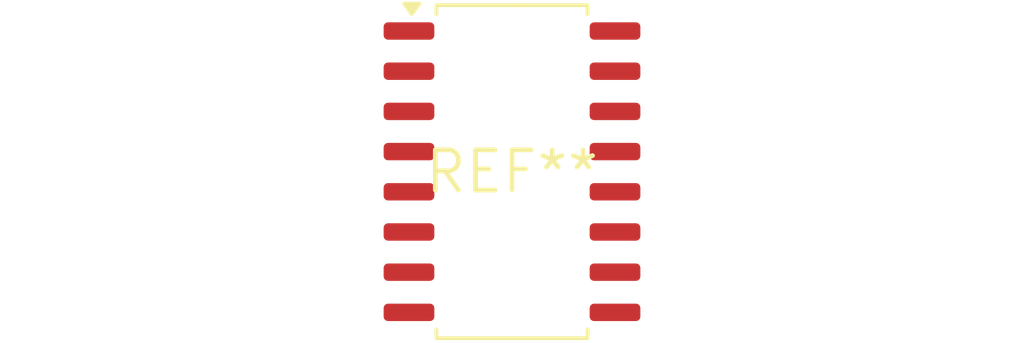
<source format=kicad_pcb>
(kicad_pcb (version 20240108) (generator pcbnew)
  (layers (0 "F.Cu" signal) (31 "B.Cu" signal) (34 "B.Paste" user) (35 "F.Paste" user) (36 "B.SilkS" user "B.Silkscreen") (37 "F.SilkS" user "F.Silkscreen") (38 "B.Mask" user) (39 "F.Mask" user) (44 "Edge.Cuts" user))
  (net 0 "")
  (footprint "SOIC-16_4.55x10.3mm_P1.27mm" (layer "F.Cu") (at 0 0)
    (property "Reference" "REF**")
    (property "Value" "SOIC-16_4.55x10.3mm_P1.27mm")
    (fp_line (start -2.385 -5.26) (end -2.385 -4.98) (layer "F.SilkS") (stroke (width 0.12)))
    (fp_line (start -2.385 5.26) (end -2.385 4.98) (layer "F.SilkS") (stroke (width 0.12)))
    (fp_line (start 0 -5.26) (end -2.385 -5.26) (layer "F.SilkS") (stroke (width 0.12)))
    (fp_line (start 0 -5.26) (end 2.385 -5.26) (layer "F.SilkS") (stroke (width 0.12)))
    (fp_line (start 0 5.26) (end -2.385 5.26) (layer "F.SilkS") (stroke (width 0.12)))
    (fp_line (start 0 5.26) (end 2.385 5.26) (layer "F.SilkS") (stroke (width 0.12)))
    (fp_line (start 2.385 -5.26) (end 2.385 -4.98) (layer "F.SilkS") (stroke (width 0.12)))
    (fp_line (start 2.385 5.26) (end 2.385 4.98) (layer "F.SilkS") (stroke (width 0.12)))
    (fp_poly (pts (xy -3.1625 -4.98) (xy -3.4025 -5.31) (xy -2.9225 -5.31) (xy -3.1625 -4.98)) (layer "F.SilkS") (stroke (width 0.12)) (fill solid))
    (pad "1" smd roundrect (at -3.25 -4.445) (size 1.6 0.55) (layers "F.Cu" "F.Paste" "F.Mask"))
    (pad "2" smd roundrect (at -3.25 -3.175) (size 1.6 0.55) (layers "F.Cu" "F.Paste" "F.Mask"))
    (pad "3" smd roundrect (at -3.25 -1.905) (size 1.6 0.55) (layers "F.Cu" "F.Paste" "F.Mask"))
    (pad "4" smd roundrect (at -3.25 -0.635) (size 1.6 0.55) (layers "F.Cu" "F.Paste" "F.Mask"))
    (pad "5" smd roundrect (at -3.25 0.635) (size 1.6 0.55) (layers "F.Cu" "F.Paste" "F.Mask"))
    (pad "6" smd roundrect (at -3.25 1.905) (size 1.6 0.55) (layers "F.Cu" "F.Paste" "F.Mask"))
    (pad "7" smd roundrect (at -3.25 3.175) (size 1.6 0.55) (layers "F.Cu" "F.Paste" "F.Mask"))
    (pad "8" smd roundrect (at -3.25 4.445) (size 1.6 0.55) (layers "F.Cu" "F.Paste" "F.Mask"))
    (pad "9" smd roundrect (at 3.25 4.445) (size 1.6 0.55) (layers "F.Cu" "F.Paste" "F.Mask"))
    (pad "10" smd roundrect (at 3.25 3.175) (size 1.6 0.55) (layers "F.Cu" "F.Paste" "F.Mask"))
    (pad "11" smd roundrect (at 3.25 1.905) (size 1.6 0.55) (layers "F.Cu" "F.Paste" "F.Mask"))
    (pad "12" smd roundrect (at 3.25 0.635) (size 1.6 0.55) (layers "F.Cu" "F.Paste" "F.Mask"))
    (pad "13" smd roundrect (at 3.25 -0.635) (size 1.6 0.55) (layers "F.Cu" "F.Paste" "F.Mask"))
    (pad "14" smd roundrect (at 3.25 -1.905) (size 1.6 0.55) (layers "F.Cu" "F.Paste" "F.Mask"))
    (pad "15" smd roundrect (at 3.25 -3.175) (size 1.6 0.55) (layers "F.Cu" "F.Paste" "F.Mask"))
    (pad "16" smd roundrect (at 3.25 -4.445) (size 1.6 0.55) (layers "F.Cu" "F.Paste" "F.Mask"))
  )
)
</source>
